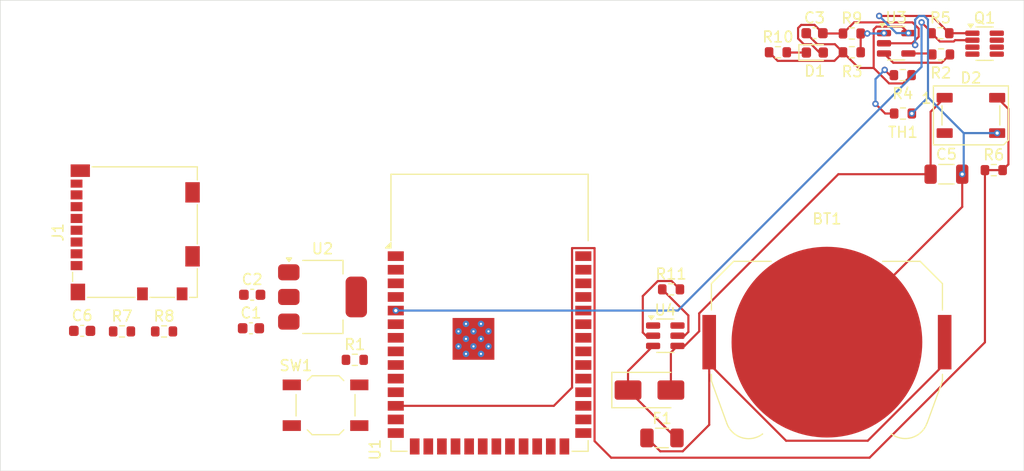
<source format=kicad_pcb>
(kicad_pcb (version 20240108) (generator "pcbnew") (generator_version "8.0")
  (layers (0 "F.Cu" signal) (31 "B.Cu" signal) (34 "B.Paste" user) (35 "F.Paste" user) (36 "B.SilkS" user "B.Silkscreen") (37 "F.SilkS" user "F.Silkscreen") (38 "B.Mask" user) (39 "F.Mask" user) (44 "Edge.Cuts" user))
  (net 0 "")
  (net 1 "/VBAT_RAW")
  (net 2 "GND")
  (net 3 "VCC")
  (net 4 "/+3.3V")
  (net 5 "Net-(D1-K)")
  (net 6 "/LED_DATA")
  (net 8 "/VBAT")
  (net 10 "/SD_MOSI")
  (net 11 "/SD_CLK")
  (net 12 "/SD_MISO")
  (net 14 "/SD_CS")
  (net 15 "/TURB_OUT")
  (net 16 "/ESP_EN")
  (net 17 "/TDS_IN-")
  (net 18 "/TDS_OUT")
  (net 19 "Net-(U3-+)")
  (net 20 "/THERM_OUT")
  (net 21 "Net-(U4-PROG)")
  (footprint "Resistor_SMD:R_0603_1608Metric" (layer "F.Cu") (at 132.4472 27.9918)
    (property "Reference" "R9" (at 0 -1.43 0) (layer "F.SilkS"))
    (property "Value" "R" (hide yes))
    (fp_line (start -0.237258 -0.5225) (end 0.237258 -0.5225) (stroke (width 0.12)) (layer "F.SilkS"))
    (fp_line (start -0.237258 0.5225) (end 0.237258 0.5225) (stroke (width 0.12)) (layer "F.SilkS"))
    (pad "1" smd roundrect (at -0.825 0) (size 0.8 0.95) (layers "F.Cu" "F.Paste" "F.Mask") (net 2 "GND"))
    (pad "2" smd roundrect (at 0.825 0) (size 0.8 0.95) (layers "F.Cu" "F.Paste" "F.Mask") (net 19 "Net-(U3-+)"))
  )
  (footprint "Capacitor_SMD:C_0603_1608Metric" (layer "F.Cu") (at 76.4918 52.3748)
    (property "Reference" "C2" (at 0 -1.43 0) (layer "F.SilkS"))
    (property "Value" "0.1uF" (hide yes))
    (fp_line (start -0.14058 -0.51) (end 0.14058 -0.51) (stroke (width 0.12)) (layer "F.SilkS"))
    (fp_line (start -0.14058 0.51) (end 0.14058 0.51) (stroke (width 0.12)) (layer "F.SilkS"))
    (pad "1" smd roundrect (at -0.775 0) (size 0.9 0.95) (layers "F.Cu" "F.Paste" "F.Mask") (net 4 "/+3.3V"))
    (pad "2" smd roundrect (at 0.775 0) (size 0.9 0.95) (layers "F.Cu" "F.Paste" "F.Mask") (net 2 "GND"))
  )
  (footprint "Resistor_SMD:R_0603_1608Metric" (layer "F.Cu") (at 64.345 55.793)
    (property "Reference" "R7" (at 0 -1.43 0) (layer "F.SilkS"))
    (property "Value" "4.7kΩ" (hide yes))
    (fp_line (start -0.237258 -0.5225) (end 0.237258 -0.5225) (stroke (width 0.12)) (layer "F.SilkS"))
    (fp_line (start -0.237258 0.5225) (end 0.237258 0.5225) (stroke (width 0.12)) (layer "F.SilkS"))
    (pad "1" smd roundrect (at -0.825 0) (size 0.8 0.95) (layers "F.Cu" "F.Paste" "F.Mask") (net 14 "/SD_CS"))
    (pad "2" smd roundrect (at 0.825 0) (size 0.8 0.95) (layers "F.Cu" "F.Paste" "F.Mask") (net 4 "/+3.3V"))
  )
  (footprint "Connector_Card:microSD_HC_Molex_104031-0811" (layer "F.Cu") (at 65.552 46.5474 90)
    (property "Reference" "J1" (at 0 -7.18 90) (layer "F.SilkS"))
    (property "Value" "Micro_SD_Card" (hide yes))
    (fp_line (start -4.59 -5.82) (end -3.73 -5.82) (stroke (width 0.12)) (layer "F.SilkS"))
    (fp_line (start -6.07 -4.45) (end -6.07 0) (stroke (width 0.12)) (layer "F.SilkS"))
    (fp_line (start -6.07 1.4) (end -6.07 3.7) (stroke (width 0.12)) (layer "F.SilkS"))
    (fp_line (start -6.07 5.1) (end -6.07 5.82) (stroke (width 0.12)) (layer "F.SilkS"))
    (fp_line (start 6.11 5.82) (end 6.11 -4) (stroke (width 0.12)) (layer "F.SilkS"))
    (fp_line (start 4.88 5.82) (end 6.11 5.82) (stroke (width 0.12)) (layer "F.SilkS"))
    (fp_line (start -1.09 5.82) (end 2.58 5.82) (stroke (width 0.12)) (layer "F.SilkS"))
    (fp_line (start -6.07 5.82) (end -3.39 5.82) (stroke (width 0.12)) (layer "F.SilkS"))
    (pad "1" smd rect (at -3.105 -5.45 90) (size 0.85 1.1) (layers "F.Cu" "F.Paste" "F.Mask"))
    (pad "2" smd rect (at -2.005 -5.45 90) (size 0.85 1.1) (layers "F.Cu" "F.Paste" "F.Mask") (net 14 "/SD_CS"))
    (pad "3" smd rect (at -0.905 -5.45 90) (size 0.85 1.1) (layers "F.Cu" "F.Paste" "F.Mask") (net 10 "/SD_MOSI"))
    (pad "4" smd rect (at 0.195 -5.45 90) (size 0.85 1.1) (layers "F.Cu" "F.Paste" "F.Mask") (net 4 "/+3.3V"))
    (pad "5" smd rect (at 1.295 -5.45 90) (size 0.85 1.1) (layers "F.Cu" "F.Paste" "F.Mask") (net 11 "/SD_CLK"))
    (pad "6" smd rect (at 2.395 -5.45 90) (size 0.85 1.1) (layers "F.Cu" "F.Paste" "F.Mask") (net 2 "GND"))
    (pad "7" smd rect (at 3.495 -5.45 90) (size 0.85 1.1) (layers "F.Cu" "F.Paste" "F.Mask") (net 12 "/SD_MISO"))
    (pad "8" smd rect (at 4.545 -5.45 90) (size 0.75 1.1) (layers "F.Cu" "F.Paste" "F.Mask"))
    (pad "9" smd rect (at -5.74 0.7 90) (size 1.2 1) (layers "F.Cu" "F.Paste" "F.Mask") (net 2 "GND"))
    (pad "10" smd rect (at -5.74 4.4 90) (size 1.2 1) (layers "F.Cu" "F.Paste" "F.Mask"))
    (pad "11" smd rect (at -5.565 -5.325 90) (size 1.55 1.35) (layers "F.Cu" "F.Paste" "F.Mask"))
    (pad "11" smd rect (at -2.24 5.375 90) (size 1.9 1.35) (layers "F.Cu" "F.Paste" "F.Mask"))
    (pad "11" smd rect (at 3.73 5.375 90) (size 1.9 1.35) (layers "F.Cu" "F.Paste" "F.Mask"))
    (pad "11" smd rect (at 5.755 -5.1 90) (size 1.17 1.8) (layers "F.Cu" "F.Paste" "F.Mask"))
  )
  (footprint "Button_Switch_SMD:SW_SPST_TL3342" (layer "F.Cu") (at 83.337 62.6822)
    (property "Reference" "SW1" (at -2.7682 -3.7034 0) (layer "F.SilkS"))
    (property "Value" "SW_Push" (hide yes))
    (fp_line (start -2.75 -1) (end -2.75 1) (stroke (width 0.12)) (layer "F.SilkS"))
    (fp_line (start -1.7 -2.3) (end -1.25 -2.75) (stroke (width 0.12)) (layer "F.SilkS"))
    (fp_line (start -1.7 2.3) (end -1.25 2.75) (stroke (width 0.12)) (layer "F.SilkS"))
    (fp_line (start -1.25 -2.75) (end 1.25 -2.75) (stroke (width 0.12)) (layer "F.SilkS"))
    (fp_line (start -1.25 2.75) (end 1.25 2.75) (stroke (width 0.12)) (layer "F.SilkS"))
    (fp_line (start 1.7 -2.3) (end 1.25 -2.75) (stroke (width 0.12)) (layer "F.SilkS"))
    (fp_line (start 1.7 2.3) (end 1.25 2.75) (stroke (width 0.12)) (layer "F.SilkS"))
    (fp_line (start 2.75 -1) (end 2.75 1) (stroke (width 0.12)) (layer "F.SilkS"))
    (pad "1" smd rect (at -3.15 -1.9) (size 1.7 1) (layers "F.Cu" "F.Paste" "F.Mask") (net 16 "/ESP_EN"))
    (pad "1" smd rect (at 3.15 -1.9) (size 1.7 1) (layers "F.Cu" "F.Paste" "F.Mask") (net 16 "/ESP_EN"))
    (pad "2" smd rect (at -3.15 1.9) (size 1.7 1) (layers "F.Cu" "F.Paste" "F.Mask") (net 2 "GND"))
    (pad "2" smd rect (at 3.15 1.9) (size 1.7 1) (layers "F.Cu" "F.Paste" "F.Mask") (net 2 "GND"))
  )
  (footprint "LED_SMD:LED_WS2812B_PLCC4_5.0x5.0mm_P3.2mm" (layer "F.Cu") (at 143.5608 35.6362)
    (property "Reference" "D2" (at 0 -3.5 0) (layer "F.SilkS"))
    (property "Value" "WS2812B" (hide yes))
    (fp_line (start -3.5 -2.75) (end -3.5 2.75) (stroke (width 0.12)) (layer "F.SilkS"))
    (fp_line (start -3.5 -2.75) (end 3.5 -2.75) (stroke (width 0.12)) (layer "F.SilkS"))
    (fp_line (start -3.5 2.75) (end 3.05 2.75) (stroke (width 0.12)) (layer "F.SilkS"))
    (fp_line (start -2.7 0.9) (end -2.7 -0.9) (stroke (width 0.12)) (layer "F.SilkS"))
    (fp_line (start 2.7 0.9) (end 2.7 -0.9) (stroke (width 0.12)) (layer "F.SilkS"))
    (fp_line (start 3.05 2.75) (end 3.5 2.3) (stroke (width 0.12)) (layer "F.SilkS"))
    (fp_line (start 3.5 2.3) (end 3.5 -2.75) (stroke (width 0.12)) (layer "F.SilkS"))
    (fp_text user "1" (at -4.15 -1.6 0) (layer "F.SilkS"))
    (pad "1" smd roundrect (at -2.45 -1.65) (size 1.5 0.9) (layers "F.Cu" "F.Paste" "F.Mask") (roundrect_rratio 0.1) (net 3 "VCC"))
    (pad "2" smd roundrect (at -2.45 1.65) (size 1.5 0.9) (layers "F.Cu" "F.Paste" "F.Mask") (roundrect_rratio 0.1))
    (pad "3" smd roundrect (at 2.45 1.65) (size 1.5 0.9) (layers "F.Cu" "F.Paste" "F.Mask") (roundrect_rratio 0.1) (net 2 "GND"))
    (pad "4" smd roundrect (at 2.45 -1.65) (size 1.5 0.9) (layers "F.Cu" "F.Paste" "F.Mask") (roundrect_rratio 0.1) (net 6 "/LED_DATA"))
  )
  (footprint "Capacitor_SMD:C_1206_3216Metric" (layer "F.Cu") (at 141.2748 41.1226)
    (property "Reference" "C5" (at 0 -1.85 0) (layer "F.SilkS"))
    (property "Value" "100uF" (hide yes))
    (fp_line (start -0.711252 -0.91) (end 0.711252 -0.91) (stroke (width 0.12)) (layer "F.SilkS"))
    (fp_line (start -0.711252 0.91) (end 0.711252 0.91) (stroke (width 0.12)) (layer "F.SilkS"))
    (pad "1" smd roundrect (at -1.475 0) (size 1.15 1.8) (layers "F.Cu" "F.Paste" "F.Mask") (roundrect_rratio 0.217391) (net 3 "VCC"))
    (pad "2" smd roundrect (at 1.475 0) (size 1.15 1.8) (layers "F.Cu" "F.Paste" "F.Mask") (roundrect_rratio 0.217391) (net 2 "GND"))
  )
  (footprint "RF_Module:ESP32-S3-WROOM-1" (layer "F.Cu") (at 98.6412 54.028)
    (property "Reference" "U1" (at -10.681 12.7994 90) (layer "F.SilkS"))
    (property "Value" "ESP32-S3-WROOM-1" (hide yes))
    (fp_line (start -9.2 -12.9) (end -9.2 -6.7) (stroke (width 0.12)) (layer "F.SilkS"))
    (fp_line (start -9.2 -12.9) (end 9.2 -12.9) (stroke (width 0.12)) (layer "F.SilkS"))
    (fp_line (start -9.2 11.95) (end -9.2 12.95) (stroke (width 0.12)) (layer "F.SilkS"))
    (fp_line (start -9.2 12.95) (end -7.7 12.95) (stroke (width 0.12)) (layer "F.SilkS"))
    (fp_line (start 9.2 -12.9) (end 9.2 -6.7) (stroke (width 0.12)) (layer "F.SilkS"))
    (fp_line (start 9.2 12.95) (end 7.7 12.95) (stroke (width 0.12)) (layer "F.SilkS"))
    (fp_line (start 9.2 12.95) (end 9.2 11.95) (stroke (width 0.12)) (layer "F.SilkS"))
    (fp_poly (pts (xy -9.2 -6.025) (xy -9.7 -6.025) (xy -9.2 -6.525) (xy -9.2 -6.025)) (stroke (width 0.12)) (fill solid) (layer "F.SilkS"))
    (pad "1" smd rect (at -8.75 -5.26) (size 1.5 0.9) (layers "F.Cu" "F.Paste" "F.Mask") (net 2 "GND"))
    (pad "2" smd rect (at -8.75 -3.99) (size 1.5 0.9) (layers "F.Cu" "F.Paste" "F.Mask") (net 4 "/+3.3V"))
    (pad "3" smd rect (at -8.75 -2.72) (size 1.5 0.9) (layers "F.Cu" "F.Paste" "F.Mask") (net 16 "/ESP_EN"))
    (pad "4" smd rect (at -8.75 -1.45) (size 1.5 0.9) (layers "F.Cu" "F.Paste" "F.Mask") (net 18 "/TDS_OUT"))
    (pad "5" smd rect (at -8.75 -0.18) (size 1.5 0.9) (layers "F.Cu" "F.Paste" "F.Mask") (net 15 "/TURB_OUT"))
    (pad "6" smd rect (at -8.75 1.09) (size 1.5 0.9) (layers "F.Cu" "F.Paste" "F.Mask") (net 20 "/THERM_OUT"))
    (pad "7" smd rect (at -8.75 2.36) (size 1.5 0.9) (layers "F.Cu" "F.Paste" "F.Mask"))
    (pad "8" smd rect (at -8.75 3.63) (size 1.5 0.9) (layers "F.Cu" "F.Paste" "F.Mask"))
    (pad "9" smd rect (at -8.75 4.9) (size 1.5 0.9) (layers "F.Cu" "F.Paste" "F.Mask"))
    (pad "10" smd rect (at -8.75 6.17) (size 1.5 0.9) (layers "F.Cu" "F.Paste" "F.Mask"))
    (pad "11" smd rect (at -8.75 7.44) (size 1.5 0.9) (layers "F.Cu" "F.Paste" "F.Mask"))
    (pad "12" smd rect (at -8.75 8.71) (size 1.5 0.9) (layers "F.Cu" "F.Paste" "F.Mask") (net 6 "/LED_DATA"))
    (pad "13" smd rect (at -8.75 9.98) (size 1.5 0.9) (layers "F.Cu" "F.Paste" "F.Mask"))
    (pad "14" smd rect (at -8.75 11.25 180) (size 1.5 0.9) (layers "F.Cu" "F.Paste" "F.Mask"))
    (pad "15" smd rect (at -6.985 12.5 270) (size 1.5 0.9) (layers "F.Cu" "F.Paste" "F.Mask") (net 12 "/SD_MISO"))
    (pad "16" smd rect (at -5.715 12.5 270) (size 1.5 0.9) (layers "F.Cu" "F.Paste" "F.Mask"))
    (pad "17" smd rect (at -4.445 12.5 270) (size 1.5 0.9) (layers "F.Cu" "F.Paste" "F.Mask"))
    (pad "18" smd rect (at -3.175 12.5 270) (size 1.5 0.9) (layers "F.Cu" "F.Paste" "F.Mask"))
    (pad "19" smd rect (at -1.905 12.5 270) (size 1.5 0.9) (layers "F.Cu" "F.Paste" "F.Mask"))
    (pad "20" smd rect (at -0.635 12.5 270) (size 1.5 0.9) (layers "F.Cu" "F.Paste" "F.Mask"))
    (pad "21" smd rect (at 0.635 12.5 270) (size 1.5 0.9) (layers "F.Cu" "F.Paste" "F.Mask"))
    (pad "22" smd rect (at 1.905 12.5 270) (size 1.5 0.9) (layers "F.Cu" "F.Paste" "F.Mask"))
    (pad "23" smd rect (at 3.175 12.5 270) (size 1.5 0.9) (layers "F.Cu" "F.Paste" "F.Mask"))
    (pad "24" smd rect (at 4.445 12.5 270) (size 1.5 0.9) (layers "F.Cu" "F.Paste" "F.Mask"))
    (pad "25" smd rect (at 5.715 12.5 270) (size 1.5 0.9) (layers "F.Cu" "F.Paste" "F.Mask"))
    (pad "26" smd rect (at 6.985 12.5 270) (size 1.5 0.9) (layers "F.Cu" "F.Paste" "F.Mask"))
    (pad "27" smd rect (at 8.75 11.25) (size 1.5 0.9) (layers "F.Cu" "F.Paste" "F.Mask") (net 14 "/SD_CS"))
    (pad "28" smd rect (at 8.75 9.98) (size 1.5 0.9) (layers "F.Cu" "F.Paste" "F.Mask"))
    (pad "29" smd rect (at 8.75 8.71) (size 1.5 0.9) (layers "F.Cu" "F.Paste" "F.Mask"))
    (pad "30" smd rect (at 8.75 7.44) (size 1.5 0.9) (layers "F.Cu" "F.Paste" "F.Mask"))
    (pad "31" smd rect (at 8.75 6.17) (size 1.5 0.9) (layers "F.Cu" "F.Paste" "F.Mask"))
    (pad "32" smd rect (at 8.75 4.9) (size 1.5 0.9) (layers "F.Cu" "F.Paste" "F.Mask"))
    (pad "33" smd rect (at 8.75 3.63) (size 1.5 0.9) (layers "F.Cu" "F.Paste" "F.Mask"))
    (pad "34" smd rect (at 8.75 2.36) (size 1.5 0.9) (layers "F.Cu" "F.Paste" "F.Mask"))
    (pad "35" smd rect (at 8.75 1.09) (size 1.5 0.9) (layers "F.Cu" "F.Paste" "F.Mask"))
    (pad "36" smd rect (at 8.75 -0.18) (size 1.5 0.9) (layers "F.Cu" "F.Paste" "F.Mask"))
    (pad "37" smd rect (at 8.75 -1.45) (size 1.5 0.9) (layers "F.Cu" "F.Paste" "F.Mask"))
    (pad "38" smd rect (at 8.75 -2.72) (size 1.5 0.9) (layers "F.Cu" "F.Paste" "F.Mask") (net 10 "/SD_MOSI"))
    (pad "39" smd rect (at 8.75 -3.99) (size 1.5 0.9) (layers "F.Cu" "F.Paste" "F.Mask") (net 11 "/SD_CLK"))
    (pad "40" smd rect (at 8.75 -5.26) (size 1.5 0.9) (layers "F.Cu" "F.Paste" "F.Mask") (net 2 "GND"))
    (pad "41" thru_hole circle (at -2.9 1.76 90) (size 0.6 0.6) (drill 0.2) (property pad_prop_heatsink) (layers "*.Cu" "F.Mask") (net 2 "GND"))
    (pad "41" thru_hole circle (at -2.9 3.16) (size 0.6 0.6) (drill 0.2) (property pad_prop_heatsink) (layers "*.Cu" "F.Mask") (net 2 "GND"))
    (pad "41" thru_hole circle (at -2.2 1.06) (size 0.6 0.6) (drill 0.2) (property pad_prop_heatsink) (layers "*.Cu" "F.Mask") (net 2 "GND"))
    (pad "41" thru_hole circle (at -2.2 2.46) (size 0.6 0.6) (drill 0.2) (property pad_prop_heatsink) (layers "*.Cu" "F.Mask") (net 2 "GND"))
    (pad "41" thru_hole circle (at -2.2 3.86) (size 0.6 0.6) (drill 0.2) (property pad_prop_heatsink) (layers "*.Cu" "F.Mask") (net 2 "GND"))
    (pad "41" thru_hole circle (at -1.5 1.76) (size 0.6 0.6) (drill 0.2) (property pad_prop_heatsink) (layers "*.Cu" "F.Mask") (net 2 "GND"))
    (pad "41" smd rect (at -1.5 2.46 270) (size 3.9 3.9) (layers "F.Cu" "F.Mask") (net 2 "GND"))
    (pad "41" thru_hole circle (at -1.5 3.16) (size 0.6 0.6) (drill 0.2) (property pad_prop_heatsink) (layers "*.Cu" "F.Mask") (net 2 "GND"))
    (pad "41" thru_hole circle (at -0.8 1.06) (size 0.6 0.6) (drill 0.2) (property pad_prop_heatsink) (layers "*.Cu" "F.Mask") (net 2 "GND"))
    (pad "41" thru_hole circle (at -0.8 2.46) (size 0.6 0.6) (drill 0.2) (property pad_prop_heatsink) (layers "*.Cu" "F.Mask") (net 2 "GND"))
    (pad "41" thru_hole circle (at -0.8 3.86) (size 0.6 0.6) (drill 0.2) (property pad_prop_heatsink) (layers "*.Cu" "F.Mask") (net 2 "GND"))
    (pad "41" thru_hole circle (at -0.1 1.76) (size 0.6 0.6) (drill 0.2) (property pad_prop_heatsink) (layers "*.Cu" "F.Mask") (net 2 "GND"))
    (pad "41" thru_hole circle (at -0.1 3.16) (size 0.6 0.6) (drill 0.2) (property pad_prop_heatsink) (layers "*.Cu" "F.Mask") (net 2 "GND"))
  )
  (footprint "Resistor_SMD:R_0603_1608Metric" (layer "F.Cu") (at 86.0684 58.4454)
    (property "Reference" "R1" (at 0 -1.43 0) (layer "F.SilkS"))
    (property "Value" "10kΩ" (hide yes))
    (fp_line (start -0.237258 -0.5225) (end 0.237258 -0.5225) (stroke (width 0.12)) (layer "F.SilkS"))
    (fp_line (start -0.237258 0.5225) (end 0.237258 0.5225) (stroke (width 0.12)) (layer "F.SilkS"))
    (pad "1" smd roundrect (at -0.825 0) (size 0.8 0.95) (layers "F.Cu" "F.Paste" "F.Mask") (net 16 "/ESP_EN"))
    (pad "2" smd roundrect (at 0.825 0) (size 0.8 0.95) (layers "F.Cu" "F.Paste" "F.Mask") (net 4 "/+3.3V"))
  )
  (footprint "Fuse:Fuse_1206_3216Metric" (layer "F.Cu") (at 114.7288 65.7352)
    (property "Reference" "F1" (at 0 -1.82 0) (layer "F.SilkS"))
    (property "Value" "Fuse" (hide yes))
    (fp_line (start -0.602064 -0.91) (end 0.602064 -0.91) (stroke (width 0.12)) (layer "F.SilkS"))
    (fp_line (start -0.602064 0.91) (end 0.602064 0.91) (stroke (width 0.12)) (layer "F.SilkS"))
    (pad "1" smd roundrect (at -1.4 0) (size 1.25 1.75) (layers "F.Cu" "F.Paste" "F.Mask") (roundrect_rratio 0.2) (net 1 "/VBAT_RAW"))
    (pad "2" smd roundrect (at 1.4 0) (size 1.25 1.75) (layers "F.Cu" "F.Paste" "F.Mask") (roundrect_rratio 0.2) (net 8 "/VBAT"))
  )
  (footprint "LED_SMD:LED_0603_1608Metric" (layer "F.Cu") (at 128.9939 29.7698)
    (property "Reference" "D1" (at 0 1.7272 0) (layer "F.SilkS"))
    (property "Value" "D" (hide yes))
    (fp_line (start -1.485 -0.735) (end -1.485 0.735) (stroke (width 0.12)) (layer "F.SilkS"))
    (fp_line (start -1.485 0.735) (end 0.8 0.735) (stroke (width 0.12)) (layer "F.SilkS"))
    (fp_line (start 0.8 -0.735) (end -1.485 -0.735) (stroke (width 0.12)) (layer "F.SilkS"))
    (pad "1" smd roundrect (at -0.7875 0) (size 0.875 0.95) (layers "F.Cu" "F.Paste" "F.Mask") (net 5 "Net-(D1-K)"))
    (pad "2" smd roundrect (at 0.7875 0) (size 0.875 0.95) (layers "F.Cu" "F.Paste" "F.Mask") (net 2 "GND"))
  )
  (footprint "Resistor_SMD:R_0603_1608Metric" (layer "F.Cu") (at 68.2698 55.793)
    (property "Reference" "R8" (at 0 -1.43 0) (layer "F.SilkS"))
    (property "Value" "4.7kΩ" (hide yes))
    (fp_line (start -0.237258 -0.5225) (end 0.237258 -0.5225) (stroke (width 0.12)) (layer "F.SilkS"))
    (fp_line (start -0.237258 0.5225) (end 0.237258 0.5225) (stroke (width 0.12)) (layer "F.SilkS"))
    (pad "1" smd roundrect (at -0.825 0) (size 0.8 0.95) (layers "F.Cu" "F.Paste" "F.Mask") (net 10 "/SD_MOSI"))
    (pad "2" smd roundrect (at 0.825 0) (size 0.8 0.95) (layers "F.Cu" "F.Paste" "F.Mask") (net 4 "/+3.3V"))
  )
  (footprint "Capacitor_SMD:C_0603_1608Metric" (layer "F.Cu") (at 60.6244 55.7422)
    (property "Reference" "C6" (at 0 -1.43 0) (layer "F.SilkS"))
    (property "Value" "0.1uF" (hide yes))
    (fp_line (start -0.14058 -0.51) (end 0.14058 -0.51) (stroke (width 0.12)) (layer "F.SilkS"))
    (fp_line (start -0.14058 0.51) (end 0.14058 0.51) (stroke (width 0.12)) (layer "F.SilkS"))
    (pad "1" smd roundrect (at -0.775 0) (size 0.9 0.95) (layers "F.Cu" "F.Paste" "F.Mask") (net 4 "/+3.3V"))
    (pad "2" smd roundrect (at 0.775 0) (size 0.9 0.95) (layers "F.Cu" "F.Paste" "F.Mask") (net 2 "GND"))
  )
  (footprint "Capacitor_SMD:C_0603_1608Metric" (layer "F.Cu") (at 76.3778 55.499)
    (property "Reference" "C1" (at 0 -1.43 0) (layer "F.SilkS"))
    (property "Value" "10uF" (hide yes))
    (fp_line (start -0.14058 -0.51) (end 0.14058 -0.51) (stroke (width 0.12)) (layer "F.SilkS"))
    (fp_line (start -0.14058 0.51) (end 0.14058 0.51) (stroke (width 0.12)) (layer "F.SilkS"))
    (pad "1" smd roundrect (at -0.775 0) (size 0.9 0.95) (layers "F.Cu" "F.Paste" "F.Mask") (net 3 "VCC"))
    (pad "2" smd roundrect (at 0.775 0) (size 0.9 0.95) (layers "F.Cu" "F.Paste" "F.Mask") (net 2 "GND"))
  )
  (footprint "Resistor_SMD:R_0603_1608Metric" (layer "F.Cu") (at 132.4472 29.7444)
    (property "Reference" "R3" (at 0.0254 1.8034 0) (layer "F.SilkS"))
    (property "Value" "R" (hide yes))
    (fp_line (start -0.237258 -0.5225) (end 0.237258 -0.5225) (stroke (width 0.12)) (layer "F.SilkS"))
    (fp_line (start -0.237258 0.5225) (end 0.237258 0.5225) (stroke (width 0.12)) (layer "F.SilkS"))
    (pad "1" smd roundrect (at -0.825 0) (size 0.8 0.95) (layers "F.Cu" "F.Paste" "F.Mask") (net 4 "/+3.3V"))
    (pad "2" smd roundrect (at 0.825 0) (size 0.8 0.95) (layers "F.Cu" "F.Paste" "F.Mask") (net 19 "Net-(U3-+)"))
  )
  (footprint "Package_TO_SOT_SMD:TSOT-23-5" (layer "F.Cu") (at 115.0421 56.195)
    (property "Reference" "U4" (at 0 -2.4 0) (layer "F.SilkS"))
    (property "Value" "TP4057" (hide yes))
    (fp_line (start 0 -1.56) (end -0.8 -1.56) (stroke (width 0.12)) (layer "F.SilkS"))
    (fp_line (start 0 -1.56) (end 0.8 -1.56) (stroke (width 0.12)) (layer "F.SilkS"))
    (fp_line (start 0 1.56) (end -0.8 1.56) (stroke (width 0.12)) (layer "F.SilkS"))
    (fp_line (start 0 1.56) (end 0.8 1.56) (stroke (width 0.12)) (layer "F.SilkS"))
    (fp_poly (pts (xy -1.3 -1.51) (xy -1.54 -1.84) (xy -1.06 -1.84) (xy -1.3 -1.51)) (stroke (width 0.12)) (fill solid) (layer "F.SilkS"))
    (pad "1" smd roundrect (at -1.1375 -0.95) (size 1.325 0.6) (layers "F.Cu" "F.Paste" "F.Mask"))
    (pad "2" smd roundrect (at -1.1375 0) (size 1.325 0.6) (layers "F.Cu" "F.Paste" "F.Mask") (net 2 "GND"))
    (pad "3" smd roundrect (at -1.1375 0.95) (size 1.325 0.6) (layers "F.Cu" "F.Paste" "F.Mask") (net 8 "/VBAT"))
    (pad "4" smd roundrect (at 1.1375 0.95) (size 1.325 0.6) (layers "F.Cu" "F.Paste" "F.Mask") (net 3 "VCC"))
    (pad "5" smd roundrect (at 1.1375 -0.95) (size 1.325 0.6) (layers "F.Cu" "F.Paste" "F.Mask"))
    (pad "6" smd roundrect (at 1.1375 0) (size 1.325 0.6) (layers "F.Cu" "F.Paste" "F.Mask") (net 21 "Net-(U4-PROG)"))
  )
  (footprint "Resistor_SMD:R_0603_1608Metric" (layer "F.Cu") (at 145.6944 40.7416)
    (property "Reference" "R6" (at 0 -1.43 0) (layer "F.SilkS"))
    (property "Value" "330Ω" (hide yes))
    (fp_line (start -0.237258 -0.5225) (end 0.237258 -0.5225) (stroke (width 0.12)) (layer "F.SilkS"))
    (fp_line (start -0.237258 0.5225) (end 0.237258 0.5225) (stroke (width 0.12)) (layer "F.SilkS"))
    (pad "1" smd roundrect (at -0.825 0) (size 0.8 0.95) (layers "F.Cu" "F.Paste" "F.Mask") (net 6 "/LED_DATA"))
    (pad "2" smd roundrect (at 0.825 0) (size 0.8 0.95) (layers "F.Cu" "F.Paste" "F.Mask") (net 6 "/LED_DATA"))
  )
  (footprint "Package_TO_SOT_SMD:SOT-23-8" (layer "F.Cu") (at 144.8369 28.9414)
    (property "Reference" "Q1" (at 0 -2.4 0) (layer "F.SilkS"))
    (property "Value" "Q_Photo_NPN" (hide yes))
    (fp_line (start 0 -1.56) (end -0.8 -1.56) (stroke (width 0.12)) (layer "F.SilkS"))
    (fp_line (start 0 -1.56) (end 0.8 -1.56) (stroke (width 0.12)) (layer "F.SilkS"))
    (fp_line (start 0 1.56) (end -0.8 1.56) (stroke (width 0.12)) (layer "F.SilkS"))
    (fp_line (start 0 1.56) (end 0.8 1.56) (stroke (width 0.12)) (layer "F.SilkS"))
    (fp_poly (pts (xy -1.3 -1.485) (xy -1.54 -1.815) (xy -1.06 -1.815) (xy -1.3 -1.485)) (stroke (width 0.12)) (fill solid) (layer "F.SilkS"))
    (pad "1" smd roundrect (at -1.1375 -0.975) (size 1.325 0.5) (layers "F.Cu" "F.Paste" "F.Mask") (net 4 "/+3.3V"))
    (pad "2" smd roundrect (at -1.1375 -0.325) (size 1.325 0.5) (layers "F.Cu" "F.Paste" "F.Mask") (net 15 "/TURB_OUT"))
    (pad "3" smd roundrect (at -1.1375 0.325) (size 1.325 0.5) (layers "F.Cu" "F.Paste" "F.Mask"))
    (pad "4" smd roundrect (at -1.1375 0.975) (size 1.325 0.5) (layers "F.Cu" "F.Paste" "F.Mask"))
    (pad "5" smd roundrect (at 1.1375 0.975) (size 1.325 0.5) (layers "F.Cu" "F.Paste" "F.Mask"))
    (pad "6" smd roundrect (at 1.1375 0.325) (size 1.325 0.5) (layers "F.Cu" "F.Paste" "F.Mask"))
    (pad "7" smd roundrect (at 1.1375 -0.325) (size 1.325 0.5) (layers "F.Cu" "F.Paste" "F.Mask"))
    (pad "8" smd roundrect (at 1.1375 -0.975) (size 1.325 0.5) (layers "F.Cu" "F.Paste" "F.Mask"))
  )
  (footprint "Package_TO_SOT_SMD:SOT-223-3_TabPin2" (layer "F.Cu") (at 83.0576 52.578)
    (property "Reference" "U2" (at 0 -4.5 0) (layer "F.SilkS"))
    (property "Value" "AMS1117-3.3" (hide yes))
    (fp_line (start -1.85 -3.41) (end 1.91 -3.41) (stroke (width 0.12)) (layer "F.SilkS"))
    (fp_line (start -1.85 3.41) (end 1.91 3.41) (stroke (width 0.12)) (layer "F.SilkS"))
    (fp_line (start 1.91 -3.41) (end 1.91 -2.15) (stroke (width 0.12)) (layer "F.SilkS"))
    (fp_line (start 1.91 3.41) (end 1.91 2.15) (stroke (width 0.12)) (layer "F.SilkS"))
    (fp_poly (pts (xy -3.13 -3.31) (xy -3.37 -3.64) (xy -2.89 -3.64) (xy -3.13 -3.31)) (stroke (width 0.12)) (fill solid) (layer "F.SilkS"))
    (pad "1" smd roundrect (at -3.15 -2.3) (size 2 1.5) (layers "F.Cu" "F.Paste" "F.Mask") (net 2 "GND"))
    (pad "2" smd roundrect (at -3.15 0) (size 2 1.5) (layers "F.Cu" "F.Paste" "F.Mask") (net 4 "/+3.3V"))
    (pad "2" smd roundrect (at 3.15 0) (size 2 3.8) (layers "F.Cu" "F.Paste" "F.Mask") (net 4 "/+3.3V"))
    (pad "3" smd roundrect (at -3.15 2.3) (size 2 1.5) (layers "F.Cu" "F.Paste" "F.Mask") (net 3 "VCC"))
  )
  (footprint "Resistor_SMD:R_0603_1608Metric" (layer "F.Cu") (at 140.7144 27.9664)
    (property "Reference" "R5" (at 0 -1.43 0) (layer "F.SilkS"))
    (property "Value" "10kΩ" (hide yes))
    (fp_line (start -0.237258 -0.5225) (end 0.237258 -0.5225) (stroke (width 0.12)) (layer "F.SilkS"))
    (fp_line (start -0.237258 0.5225) (end 0.237258 0.5225) (stroke (width 0.12)) (layer "F.SilkS"))
    (pad "1" smd roundrect (at -0.825 0) (size 0.8 0.95) (layers "F.Cu" "F.Paste" "F.Mask") (net 15 "/TURB_OUT"))
    (pad "2" smd roundrect (at 0.825 0) (size 0.8 0.95) (layers "F.Cu" "F.Paste" "F.Mask") (net 4 "/+3.3V"))
  )
  (footprint "Resistor_SMD:R_0603_1608Metric" (layer "F.Cu") (at 137.197 31.878)
    (property "Reference" "R4" (at 0 1.7272 0) (layer "F.SilkS"))
    (property "Value" "R" (hide yes))
    (fp_line (start -0.237258 -0.5225) (end 0.237258 -0.5225) (stroke (width 0.12)) (layer "F.SilkS"))
    (fp_line (start -0.237258 0.5225) (end 0.237258 0.5225) (stroke (width 0.12)) (layer "F.SilkS"))
    (pad "1" smd roundrect (at -0.825 0) (size 0.8 0.95) (layers "F.Cu" "F.Paste" "F.Mask") (net 20 "/THERM_OUT"))
    (pad "2" smd roundrect (at 0.825 0) (size 0.8 0.95) (layers "F.Cu" "F.Paste" "F.Mask") (net 4 "/+3.3V"))
  )
  (footprint "Resistor_SMD:R_0603_1608Metric" (layer "F.Cu") (at 137.2224 35.4594)
    (property "Reference" "TH1" (at 0 1.7526 0) (layer "F.SilkS"))
    (property "Value" "Thermistor_NTC" (hide yes))
    (fp_line (start -0.237258 -0.5225) (end 0.237258 -0.5225) (stroke (width 0.12)) (layer "F.SilkS"))
    (fp_line (start -0.237258 0.5225) (end 0.237258 0.5225) (stroke (width 0.12)) (layer "F.SilkS"))
    (pad "1" smd roundrect (at -0.825 0) (size 0.8 0.95) (layers "F.Cu" "F.Paste" "F.Mask") (net 20 "/THERM_OUT"))
    (pad "2" smd roundrect (at 0.825 0) (size 0.8 0.95) (layers "F.Cu" "F.Paste" "F.Mask") (net 2 "GND"))
  )
  (footprint "Diode_SMD:D_SMA" (layer "F.Cu") (at 113.5634 61.2648)
    (property "Reference" "D3" (hide yes))
    (property "Value" "D_Schottky" (hide yes))
    (fp_line (start -3.51 -1.65) (end -3.51 1.65) (stroke (width 0.12)) (layer "F.SilkS"))
    (fp_line (start -3.51 -1.65) (end 2 -1.65) (stroke (width 0.12)) (layer "F.SilkS"))
    (fp_line (start -3.51 1.65) (end 2 1.65) (stroke (width 0.12)) (layer "F.SilkS"))
    (pad "1" smd roundrect (at -2 0) (size 2.5 1.8) (layers "F.Cu" "F.Paste" "F.Mask") (roundrect_rratio 0.1388888889) (net 8 "/VBAT"))
    (pad "2" smd roundrect (at 2 0) (size 2.5 1.8) (layers "F.Cu" "F.Paste" "F.Mask") (roundrect_rratio 0.1388888889) (net 3 "VCC"))
  )
  (footprint "Resistor_SMD:R_0603_1608Metric" (layer "F.Cu") (at 115.5822 51.8668)
    (property "Reference" "R11" (at 0 -1.43 0) (layer "F.SilkS"))
    (property "Value" "R")
    (fp_line (start -0.237258 -0.5225) (end 0.237258 -0.5225) (stroke (width 0.12)) (layer "F.SilkS"))
    (fp_line (start -0.237258 0.5225) (end 0.237258 0.5225) (stroke (width 0.12)) (layer "F.SilkS"))
    (pad "1" smd roundrect (at -0.825 0) (size 0.8 0.95) (layers "F.Cu" "F.Paste" "F.Mask") (net 21 "Net-(U4-PROG)"))
    (pad "2" smd roundrect (at 0.825 0) (size 0.8 0.95) (layers "F.Cu" "F.Paste" "F.Mask") (net 2 "GND"))
  )
  (footprint "Capacitor_SMD:C_0603_1608Metric" (layer "F.Cu") (at 128.9674 27.9664)
    (property "Reference" "C3" (at 0 -1.43 0) (layer "F.SilkS"))
    (property "Value" "C" (hide yes))
    (fp_line (start -0.14058 -0.51) (end 0.14058 -0.51) (stroke (width 0.12)) (layer "F.SilkS"))
    (fp_line (start -0.14058 0.51) (end 0.14058 0.51) (stroke (width 0.12)) (layer "F.SilkS"))
    (pad "1" smd roundrect (at -0.775 0) (size 0.9 0.95) (layers "F.Cu" "F.Paste" "F.Mask") (net 4 "/+3.3V"))
    (pad "2" smd roundrect (at 0.775 0) (size 0.9 0.95) (layers "F.Cu" "F.Paste" "F.Mask") (net 2 "GND"))
  )
  (footprint "Resistor_SMD:R_0603_1608Metric" (layer "F.Cu") (at 140.7784 29.9476)
    (property "Reference" "R2" (at -0.0254 1.7272 0) (layer "F.SilkS"))
    (property "Value" "R" (hide yes))
    (fp_line (start -0.237258 -0.5225) (end 0.237258 -0.5225) (stroke (width 0.12)) (layer "F.SilkS"))
    (fp_line (start -0.237258 0.5225) (end 0.237258 0.5225) (stroke (width 0.12)) (layer "F.SilkS"))
    (pad "1" smd roundrect (at -0.825 0) (size 0.8 0.95) (layers "F.Cu" "F.Paste" "F.Mask") (net 18 "/TDS_OUT"))
    (pad "2" smd roundrect (at 0.825 0) (size 0.8 0.95) (layers "F.Cu" "F.Paste" "F.Mask") (net 17 "/TDS_IN-"))
  )
  (footprint "Battery:BatteryHolder_Keystone_3034_1x20mm" (layer "F.Cu") (at 130.1242 56.7944)
    (property "Reference" "BT1" (at 0 -11.5 0) (layer "F.SilkS"))
    (property "Value" "Battery_Cell" (hide yes))
    (fp_line (start -10.78 -5.46) (end -10.78 -3) (stroke (width 0.12)) (layer "F.SilkS"))
    (fp_line (start -10.78 3) (end -10.78 3.63) (stroke (width 0.12)) (layer "F.SilkS"))
    (fp_line (start -10.78 3.63) (end -9.34 7.58) (stroke (width 0.12)) (layer "F.SilkS"))
    (fp_line (start -8.7 -7.54) (end -10.78 -5.46) (stroke (width 0.12)) (layer "F.SilkS"))
    (fp_line (start -5.2 -7.54) (end -8.7 -7.54) (stroke (width 0.12)) (layer "F.SilkS"))
    (fp_line (start 8.7 -7.54) (end 5.2 -7.54) (stroke (width 0.12)) (layer "F.SilkS"))
    (fp_line (start 8.7 -7.54) (end 10.78 -5.46) (stroke (width 0.12)) (layer "F.SilkS"))
    (fp_line (start 10.78 -5.46) (end 10.78 -3) (stroke (width 0.12)) (layer "F.SilkS"))
    (fp_line (start 10.78 3) (end 10.78 3.63) (stroke (width 0.12)) (layer "F.SilkS"))
    (fp_line (start 10.78 3.63) (end 9.34 7.58) (stroke (width 0.12)) (layer "F.SilkS"))
    (fp_arc (start -6.003354 8.56653) (mid -7.921654 8.918738) (end -9.34 7.58) (stroke (width 0.12)) (layer "F.SilkS"))
    (fp_arc (start 9.325243 7.588169) (mid 7.90634 8.911668) (end 6 8.55) (stroke (width 0.12)) (layer "F.SilkS"))
    (pad "1" smd rect (at -10.985 0) (size 1.27 5.08) (layers "F.Cu" "F.Paste" "F.Mask") (net 1 "/VBAT_RAW"))
    (pad "1" smd rect (at 10.985 0) (size 1.27 5.08) (layers "F.Cu" "F.Paste" "F.Mask") (net 1 "/VBAT_RAW"))
    (pad "2" smd circle (at 0 0) (size 17.8 17.8) (layers "F.Cu" "F.Mask") (net 2 "GND"))
  )
  (footprint "Resistor_SMD:R_0603_1608Metric" (layer "F.Cu") (at 125.5516 29.7444)
    (property "Reference" "R10" (at 0 -1.43 0) (layer "F.SilkS"))
    (property "Value" "R" (hide yes))
    (fp_line (start -0.237258 -0.5225) (end 0.237258 -0.5225) (stroke (width 0.12)) (layer "F.SilkS"))
    (fp_line (start -0.237258 0.5225) (end 0.237258 0.5225) (stroke (width 0.12)) (layer "F.SilkS"))
    (pad "1" smd roundrect (at -0.825 0) (size 0.8 0.95) (layers "F.Cu" "F.Paste" "F.Mask") (net 4 "/+3.3V"))
    (pad "2" smd roundrect (at 0.825 0) (size 0.8 0.95) (layers "F.Cu" "F.Paste" "F.Mask") (net 5 "Net-(D1-K)"))
  )
  (footprint "Package_TO_SOT_SMD:SOT-23-5" (layer "F.Cu") (at 136.5874 28.9062)
    (property "Reference" "U3" (at 0 -2.4 0) (layer "F.SilkS"))
    (property "Value" "LM321" (hide yes))
    (fp_line (start 0 -1.56) (end -0.8 -1.56) (stroke (width 0.12)) (layer "F.SilkS"))
    (fp_line (start 0 -1.56) (end 0.8 -1.56) (stroke (width 0.12)) (layer "F.SilkS"))
    (fp_line (start 0 1.56) (end -0.8 1.56) (stroke (width 0.12)) (layer "F.SilkS"))
    (fp_line (start 0 1.56) (end 0.8 1.56) (stroke (width 0.12)) (layer "F.SilkS"))
    (fp_poly (pts (xy -1.3 -1.51) (xy -1.54 -1.84) (xy -1.06 -1.84) (xy -1.3 -1.51)) (stroke (width 0.12)) (fill solid) (layer "F.SilkS"))
    (pad "1" smd roundrect (at -1.1375 -0.95) (size 1.325 0.6) (layers "F.Cu" "F.Paste" "F.Mask") (net 19 "Net-(U3-+)"))
    (pad "2" smd roundrect (at -1.1375 0) (size 1.325 0.6) (layers "F.Cu" "F.Paste" "F.Mask") (net 2 "GND"))
    (pad "3" smd roundrect (at -1.1375 0.95) (size 1.325 0.6) (layers "F.Cu" "F.Paste" "F.Mask") (net 17 "/TDS_IN-"))
    (pad "4" smd roundrect (at 1.1375 0.95) (size 1.325 0.6) (layers "F.Cu" "F.Paste" "F.Mask") (net 18 "/TDS_OUT"))
    (pad "5" smd roundrect (at 1.1375 -0.95) (size 1.325 0.6) (layers "F.Cu" "F.Paste" "F.Mask") (net 4 "/+3.3V"))
  )
  (gr_rect (start 52.9844 24.892) (end 148.5138 68.8086) (stroke (width 0.05)) (fill none) (layer "Edge.Cuts"))
  (segment (start 141.1092 56.7944) (end 141.1092 58.820165) (width 0.2) (layer "F.Cu") (net 1))
  (segment (start 116.668944 66.9798) (end 114.5734 66.9798) (width 0.2) (layer "F.Cu") (net 1))
  (segment (start 133.934965 65.9944) (end 126.313435 65.9944) (width 0.2) (layer "F.Cu") (net 1))
  (segment (start 141.1092 58.820165) (end 133.934965 65.9944) (width 0.2) (layer "F.Cu") (net 1))
  (segment (start 114.5734 66.9798) (end 113.3288 65.7352) (width 0.2) (layer "F.Cu") (net 1))
  (segment (start 119.1392 56.7944) (end 119.1392 64.509544) (width 0.2) (layer "F.Cu") (net 1))
  (segment (start 126.313435 65.9944) (end 119.1392 58.820165) (width 0.2) (layer "F.Cu") (net 1))
  (segment (start 119.1392 58.820165) (end 119.1392 56.7944) (width 0.2) (layer "F.Cu") (net 1))
  (segment (start 119.1392 64.509544) (end 116.668944 66.9798) (width 0.2) (layer "F.Cu") (net 1))
  (segment (start 112.9421 52.494252) (end 114.344552 51.0918) (width 0.2) (layer "F.Cu") (net 2))
  (segment (start 142.7498 44.1688) (end 130.1242 56.7944) (width 0.2) (layer "F.Cu") (net 2))
  (segment (start 131.6222 27.9918) (end 129.7678 27.9918) (width 0.2) (layer "F.Cu") (net 2))
  (segment (start 112.9421 55.894999) (end 112.9421 52.494252) (width 0.2) (layer "F.Cu") (net 2))
  (segment (start 132.6578 26.9562) (end 131.6222 27.9918) (width 0.2) (layer "F.Cu") (net 2))
  (segment (start 128.9674 27.1914) (end 127.7232 27.1914) (width 0.2) (layer "F.Cu") (net 2))
  (segment (start 138.194445 28.9062) (end 138.355128 29.066883) (width 0.2) (layer "F.Cu") (net 2))
  (segment (start 113.9046 56.195) (end 113.242101 56.195) (width 0.2) (layer "F.Cu") (net 2))
  (segment (start 127.4318 27.4828) (end 127.4318 28.4614) (width 0.2) (layer "F.Cu") (net 2))
  (segment (start 135.4499 28.9062) (end 138.077952 28.9062) (width 0.2) (layer "F.Cu") (net 2))
  (segment (start 127.4318 28.4614) (end 127.9652 28.9948) (width 0.2) (layer "F.Cu") (net 2))
  (segment (start 138.1066 26.9562) (end 132.6578 26.9562) (width 0.2) (layer "F.Cu") (net 2))
  (segment (start 114.344552 51.0918) (end 115.6322 51.0918) (width 0.2) (layer "F.Cu") (net 2))
  (segment (start 129.430114 29.7698) (end 129.7814 29.7698) (width 0.2) (layer "F.Cu") (net 2))
  (segment (start 115.6322 51.0918) (end 116.4072 51.8668) (width 0.2) (layer "F.Cu") (net 2))
  (segment (start 138.6874 28.296752) (end 138.6874 27.537) (width 0.2) (layer "F.Cu") (net 2))
  (segment (start 138.6874 27.537) (end 138.1066 26.9562) (width 0.2) (layer "F.Cu") (net 2))
  (segment (start 129.7424 27.9664) (end 128.9674 27.1914) (width 0.2) (layer "F.Cu") (net 2))
  (segment (start 142.7498 41.1226) (end 142.7498 44.1688) (width 0.2) (layer "F.Cu") (net 2))
  (segment (start 113.242101 56.195) (end 112.9421 55.894999) (width 0.2) (layer "F.Cu") (net 2))
  (segment (start 138.077952 28.9062) (end 138.194445 28.9062) (width 0.2) (layer "F.Cu") (net 2))
  (segment (start 128.655114 28.9948) (end 129.430114 29.7698) (width 0.2) (layer "F.Cu") (net 2))
  (segment (start 138.077952 28.9062) (end 138.6874 28.296752) (width 0.2) (layer "F.Cu") (net 2))
  (segment (start 129.7678 27.9918) (end 129.7424 27.9664) (width 0.2) (layer "F.Cu") (net 2))
  (segment (start 127.9652 28.9948) (end 128.655114 28.9948) (width 0.2) (layer "F.Cu") (net 2))
  (segment (start 127.7232 27.1914) (end 127.4318 27.4828) (width 0.2) (layer "F.Cu") (net 2))
  (via (at 142.7498 41.1226) (size 0.6) (drill 0.3) (layers "F.Cu" "B.Cu") (net 2))
  (via (at 146.0108 37.2862) (size 0.6) (drill 0.3) (layers "F.Cu" "B.Cu") (net 2))
  (via (at 138.0474 35.4594) (size 0.6) (drill 0.3) (layers "F.Cu" "B.Cu") (net 2))
  (via (at 138.355128 29.066883) (size 0.6) (drill 0.3) (layers "F.Cu" "B.Cu") (net 2))
  (segment (start 139.555128 26.707671) (end 139.555128 33.951672) (width 0.2) (layer "B.Cu") (net 2))
  (segment (start 138.355128 29.066883) (end 138.355128 26.707671) (width 0.2) (layer "B.Cu") (net 2))
  (segment (start 139.555128 33.951672) (end 142.889656 37.2862) (width 0.2) (layer "B.Cu") (net 2))
  (segment (start 139.555128 33.951672) (end 138.0474 35.4594) (width 0.2) (layer "B.Cu") (net 2))
  (segment (start 142.889656 37.2862) (end 146.0108 37.2862) (width 0.2) (layer "B.Cu") (net 2))
  (segment (start 142.889656 37.2862) (end 142.889656 40.982744) (width 0.2) (layer "B.Cu") (net 2))
  (segment (start 138.706599 26.3562) (end 139.203657 26.3562) (width 0.2) (layer "B.Cu") (net 2))
  (segment (start 142.889656 40.982744) (end 142.7498 41.1226) (width 0.2) (layer "B.Cu") (net 2))
  (segment (start 138.355128 26.707671) (end 138.706599 26.3562) (width 0.2) (layer "B.Cu") (net 2))
  (segment (start 139.203657 26.3562) (end 139.555128 26.707671) (width 0.2) (layer "B.Cu") (net 2))
  (segment (start 118.2042 55.782899) (end 118.2042 54.1094) (width 0.2) (layer "F.Cu") (net 3))
  (segment (start 115.5634 57.7612) (end 116.1796 57.145) (width 0.2) (layer "F.Cu") (net 3))
  (segment (start 116.1796 57.145) (end 116.842099 57.145) (width 0.2) (layer "F.Cu") (net 3))
  (segment (start 115.5634 61.2648) (end 115.5634 57.7612) (width 0.2) (layer "F.Cu") (net 3))
  (segment (start 139.7998 35.2972) (end 139.7998 41.1226) (width 0.2) (layer "F.Cu") (net 3))
  (segment (start 131.191 41.1226) (end 139.7998 41.1226) (width 0.2) (layer "F.Cu") (net 3))
  (segment (start 118.2042 54.1094) (end 131.191 41.1226) (width 0.2) (layer "F.Cu") (net 3))
  (segment (start 141.1108 33.9862) (end 139.7998 35.2972) (width 0.2) (layer "F.Cu") (net 3))
  (segment (start 116.842099 57.145) (end 118.2042 55.782899) (width 0.2) (layer "F.Cu") (net 3))
  (segment (start 137.1249 27.3562) (end 137.7249 27.9562) (width 0.2) (layer "F.Cu") (net 4))
  (segment (start 141.5394 27.9664) (end 139.9292 26.3562) (width 0.2) (layer "F.Cu") (net 4))
  (segment (start 134.4874 27.6154) (end 134.7466 27.3562) (width 0.2) (layer "F.Cu") (net 4))
  (segment (start 143.6994 27.9664) (end 141.5394 27.9664) (width 0.2) (layer "F.Cu") (net 4))
  (segment (start 131.6222 29.7444) (end 130.8218 30.5448) (width 0.2) (layer "F.Cu") (net 4))
  (segment (start 130.8218 30.5448) (end 125.527 30.5448) (width 0.2) (layer "F.Cu") (net 4))
  (segment (start 134.4874 31.211) (end 134.4874 27.6154) (width 0.2) (layer "F.Cu") (net 4))
  (segment (start 134.7466 27.3562) (end 137.1249 27.3562) (width 0.2) (layer "F.Cu") (net 4))
  (segment (start 130.8726 28.9948) (end 129.2208 28.9948) (width 0.2) (layer "F.Cu") (net 4))
  (segment (start 131.6222 29.7444) (end 130.8726 28.9948) (width 0.2) (layer "F.Cu") (net 4))
  (segment (start 131.6222 29.7444) (end 133.0888 31.211) (width 0.2) (layer "F.Cu") (net 4))
  (segment (start 125.527 30.5448) (end 124.7266 29.7444) (width 0.2) (layer "F.Cu") (net 4))
  (segment (start 135.9294 32.653) (end 134.4874 31.211) (width 0.2) (layer "F.Cu") (net 4))
  (segment (start 137.247 32.653) (end 135.9294 32.653) (width 0.2) (layer "F.Cu") (net 4))
  (segment (start 129.2208 28.9948) (end 128.1924 27.9664) (width 0.2) (layer "F.Cu") (net 4))
  (segment (start 138.022 31.878) (end 137.247 32.653) (width 0.2) (layer "F.Cu") (net 4))
  (segment (start 133.0888 31.211) (end 134.4874 31.211) (width 0.2) (layer "F.Cu") (net 4))
  (segment (start 139.9292 26.3562) (end 135.001 26.3562) (width 0.2) (layer "F.Cu") (net 4))
  (via (at 137.7249 27.9562) (size 0.6) (drill 0.3) (layers "F.Cu" "B.Cu") (net 4))
  (via (at 135.001 26.3562) (size 0.6) (drill 0.3) (layers "F.Cu" "B.Cu") (net 4))
  (segment (start 135.001 26.3562) (end 136.601 27.9562) (width 0.2) (layer "B.Cu") (net 4))
  (segment (start 136.601 27.9562) (end 137.7249 27.9562) (width 0.2) (layer "B.Cu") (net 4))
  (segment (start 128.2064 29.7698) (end 126.402 29.7698) (width 0.2) (layer "F.Cu") (net 5))
  (segment (start 126.402 29.7698) (end 126.3766 29.7444) (width 0.2) (layer "F.Cu") (net 5))
  (segment (start 147.0608 40.2002) (end 146.5194 40.7416) (width 0.2) (layer "F.Cu") (net 6))
  (segment (start 108.4412 66.028) (end 108.4412 48.018) (width 0.2) (layer "F.Cu") (net 6))
  (segment (start 147.0608 35.0362) (end 147.0608 40.2002) (width 0.2) (layer "F.Cu") (net 6))
  (segment (start 144.8694 56.8092) (end 134.1006 67.578) (width 0.2) (layer "F.Cu") (net 6))
  (segment (start 109.9912 67.578) (end 108.4412 66.028) (width 0.2) (layer "F.Cu") (net 6))
  (segment (start 104.6412 62.738) (end 89.8912 62.738) (width 0.2) (layer "F.Cu") (net 6))
  (segment (start 106.3412 48.018) (end 106.3412 61.038) (width 0.2) (layer "F.Cu") (net 6))
  (segment (start 134.1006 67.578) (end 109.9912 67.578) (width 0.2) (layer "F.Cu") (net 6))
  (segment (start 106.3412 61.038) (end 104.6412 62.738) (width 0.2) (layer "F.Cu") (net 6))
  (segment (start 108.4412 48.018) (end 106.3412 48.018) (width 0.2) (layer "F.Cu") (net 6))
  (segment (start 144.8694 40.7416) (end 144.8694 56.8092) (width 0.2) (layer "F.Cu") (net 6))
  (segment (start 146.0108 33.9862) (end 147.0608 35.0362) (width 0.2) (layer "F.Cu") (net 6))
  (segment (start 146.5194 40.7416) (end 144.8694 40.7416) (width 0.2) (layer "F.Cu") (net 6))
  (segment (start 116.0338 65.7352) (end 111.5634 61.2648) (width 0.2) (layer "F.Cu") (net 8))
  (segment (start 111.5634 61.2648) (end 111.5634 59.4862) (width 0.2) (layer "F.Cu") (net 8))
  (segment (start 111.5634 59.4862) (end 113.9046 57.145) (width 0.2) (layer "F.Cu") (net 8))
  (segment (start 116.1288 65.7352) (end 116.0338 65.7352) (width 0.2) (layer "F.Cu") (net 8))
  (segment (start 139.8894 27.9664) (end 139.8894 27.890472) (width 0.2) (layer "F.Cu") (net 15))
  (segment (start 139.8894 27.890472) (end 138.955128 26.9562) (width 0.2) (layer "F.Cu") (net 15))
  (segment (start 142.077048 28.6164) (end 141.952048 28.7414) (width 0.2) (layer "F.Cu") (net 15))
  (segment (start 141.952048 28.7414) (end 140.6644 28.7414) (width 0.2) (layer "F.Cu") (net 15))
  (segment (start 143.6994 28.6164) (end 142.077048 28.6164) (width 0.2) (layer "F.Cu") (net 15))
  (segment (start 140.6644 28.7414) (end 139.8894 27.9664) (width 0.2) (layer "F.Cu") (net 15))
  (via (at 89.8912 53.848) (size 0.6) (drill 0.3) (layers "F.Cu" "B.Cu") (net 15))
  (via (at 138.955128 26.9562) (size 0.6) (drill 0.3) (layers "F.Cu" "B.Cu") (net 15))
  (segment (start 116.212622 53.848) (end 89.8912 53.848) (width 0.2) (layer "B.Cu") (net 15))
  (segment (start 138.955128 31.105494) (end 116.212622 53.848) (width 0.2) (layer "B.Cu") (net 15))
  (segment (start 138.955128 26.9562) (end 138.955128 31.105494) (width 0.2) (layer "B.Cu") (net 15))
  (segment (start 136.3163 30.7226) (end 135.4499 29.8562) (width 0.2) (layer "F.Cu") (net 17))
  (segment (start 141.6034 29.9476) (end 140.8284 30.7226) (width 0.2) (layer "F.Cu") (net 17))
  (segment (start 140.8284 30.7226) (end 136.3163 30.7226) (width 0.2) (layer "F.Cu") (net 17))
  (segment (start 139.862 29.8562) (end 139.9534 29.9476) (width 0.2) (layer "F.Cu") (net 18))
  (segment (start 137.7249 29.8562) (end 139.862 29.8562) (width 0.2) (layer "F.Cu") (net 18))
  (segment (start 133.2722 27.9918) (end 133.2722 29.7444) (width 0.2) (layer "F.Cu") (net 19))
  (segment (start 133.2722 27.9918) (end 133.8864 27.9918) (width 0.2) (layer "F.Cu") (net 19))
  (segment (start 133.8864 27.9918) (end 133.8874 27.9908) (width 0.2) (layer "F.Cu") (net 19))
  (via (at 135.4499 27.9562) (size 0.6) (drill 0.3) (layers "F.Cu" "B.Cu") (net 19))
  (via (at 133.8874 27.9908) (size 0.6) (drill 0.3) (layers "F.Cu" "B.Cu") (net 19))
  (segment (start 133.8874 27.9908) (end 135.4153 27.9908) (width 0.2) (layer "B.Cu") (net 19))
  (segment (start 135.4153 27.9908) (end 135.4499 27.9562) (width 0.2) (layer "B.Cu") (net 19))
  (segment (start 134.656746 34.555346) (end 135.5608 35.4594) (width 0.2) (layer "F.Cu") (net 20))
  (segment (start 136.00293 31.878) (end 135.514165 31.389235) (width 0.2) (layer "F.Cu") (net 20))
  (segment (start 136.372 31.878) (end 136.00293 31.878) (width 0.2) (layer "F.Cu") (net 20))
  (segment (start 135.5608 35.4594) (end 136.3974 35.4594) (width 0.2) (layer "F.Cu") (net 20))
  (via (at 135.514165 31.389235) (size 0.6) (drill 0.3) (layers "F.Cu" "B.Cu") (net 20))
  (via (at 134.656746 34.555346) (size 0.6) (drill 0.3) (layers "F.Cu" "B.Cu") (net 20))
  (segment (start 134.656746 32.246654) (end 134.656746 34.555346) (width 0.2) (layer "B.Cu") (net 20))
  (segment (start 135.514165 31.389235) (end 134.656746 32.246654) (width 0.2) (layer "B.Cu") (net 20))
  (segment (start 116.1796 56.195) (end 116.842099 56.195) (width 0.2) (layer "F.Cu") (net 21))
  (segment (start 117.1956 55.841499) (end 117.1956 54.3052) (width 0.2) (layer "F.Cu") (net 21))
  (segment (start 116.842099 56.195) (end 117.1956 55.841499) (width 0.2) (layer "F.Cu") (net 21))
  (segment (start 117.1956 54.3052) (end 114.7572 51.8668) (width 0.2) (layer "F.Cu") (net 21))
)
</source>
